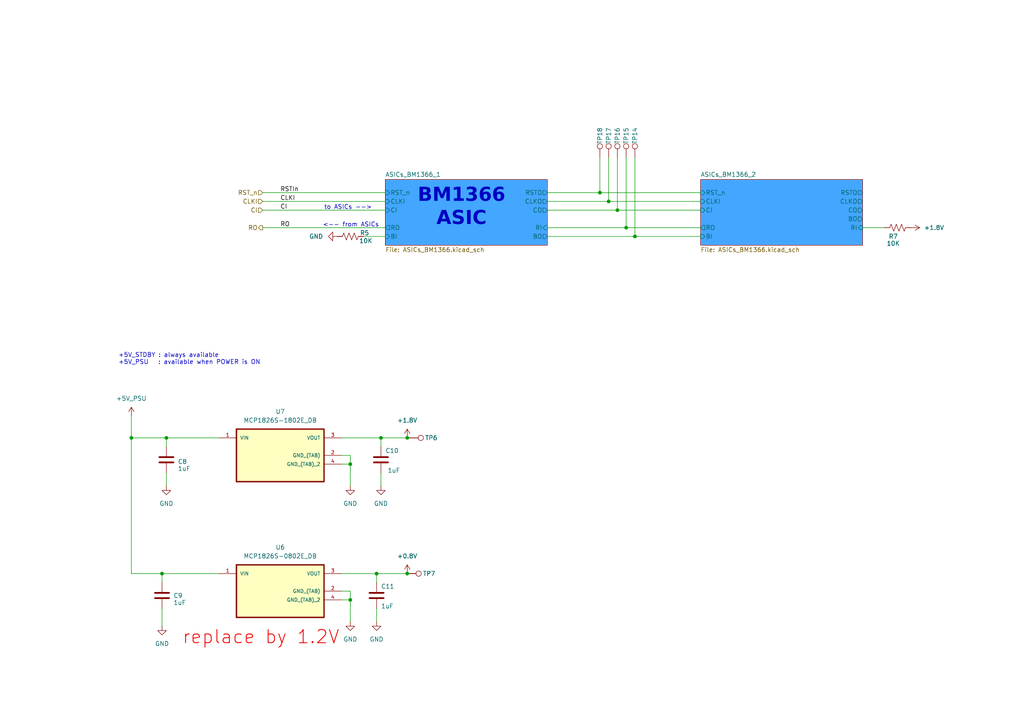
<source format=kicad_sch>
(kicad_sch (version 20231120) (generator "eeschema") (generator_version "8.0")
  (paper "A4")
  (lib_symbols
    (symbol "Connector:TestPoint" (pin_numbers hide) (pin_names (offset 0.762) hide)
      (property "Reference" "TP" (at 0 6.858 0))
      (property "Value" "TestPoint" (at 0 5.08 0))
      (symbol "TestPoint_0_1"
        (circle (center 0 3.302) (radius 0.762))
      )
      (symbol "TestPoint_1_1"
        (pin passive line (at 0 0 90) (length 2.54) (name "1") (number "1"))
      )
    )
    (symbol "Device:C" (pin_numbers hide) (pin_names (offset 0.254))
      (property "Reference" "C" (at 0.635 2.54 0))
      (property "Value" "C" (at 0.635 -2.54 0))
      (symbol "C_0_1"
        (polyline (pts (xy -2.032 -0.762) (xy 2.032 -0.762)) (stroke (width 0.508)))
        (polyline (pts (xy -2.032 0.762) (xy 2.032 0.762)) (stroke (width 0.508)))
      )
      (symbol "C_1_1"
        (pin passive line (at 0 3.81 270) (length 2.794) (name "~") (number "1"))
        (pin passive line (at 0 -3.81 90) (length 2.794) (name "~") (number "2"))
      )
    )
    (symbol "Device:R_US" (pin_numbers hide) (pin_names (offset 0))
      (property "Reference" "R" (at 2.54 0 90))
      (property "Value" "R_US" (at -2.54 0 90))
      (symbol "R_US_0_1"
        (polyline (pts (xy 0 -2.286) (xy 0 -2.54)))
        (polyline (pts (xy 0 2.286) (xy 0 2.54)))
        (polyline (pts (xy 0 -0.762) (xy 1.016 -1.143) (xy 0 -1.524) (xy -1.016 -1.905) (xy 0 -2.286)))
        (polyline (pts (xy 0 0.762) (xy 1.016 0.381) (xy 0 0) (xy -1.016 -0.381) (xy 0 -0.762)))
        (polyline (pts (xy 0 2.286) (xy 1.016 1.905) (xy 0 1.524) (xy -1.016 1.143) (xy 0 0.762)))
      )
      (symbol "R_US_1_1"
        (pin passive line (at 0 3.81 270) (length 1.27) (name "~") (number "1"))
        (pin passive line (at 0 -3.81 90) (length 1.27) (name "~") (number "2"))
      )
    )
    (symbol "EKO_Miner_ASIClib:MCP1826S-0802E_DB" (pin_names (offset 1.016))
      (property "Reference" "U" (at -12.7 10.668 0))
      (property "Value" "MCP1826S-0802E_DB" (at -12.7 8.636 0))
      (property "P/N MOUSER" "579-MCP1826S-0802EDB" (at 0 0 0))
      (symbol "MCP1826S-0802E_DB_0_0"
        (rectangle (start -12.7 -7.62) (end 12.7 7.62) (stroke (width 0.41)) (fill (type background)))
        (pin input line (at -17.78 5.08 0) (length 5.08) (name "VIN") (number "1"))
        (pin power_in line (at 17.78 0 180) (length 5.08) (name "GND_(TAB)") (number "2"))
        (pin output line (at 17.78 5.08 180) (length 5.08) (name "VOUT") (number "3"))
        (pin power_in line (at 17.78 -2.54 180) (length 5.08) (name "GND_(TAB)_2") (number "4"))
      )
    )
    (symbol "EKO_Miner_ASIClib:MCP1826S-1802E_DB" (pin_names (offset 1.016))
      (property "Reference" "U" (at -12.7 10.668 0))
      (property "Value" "MCP1826S-1802E_DB" (at -12.7 8.636 0))
      (property "P/N MOUSER" "579-MCP1826S-1802EDB" (at 0 0 0))
      (symbol "MCP1826S-1802E_DB_0_0"
        (rectangle (start -12.7 -7.62) (end 12.7 7.62) (stroke (width 0.41)) (fill (type background)))
        (pin input line (at -17.78 5.08 0) (length 5.08) (name "VIN") (number "1"))
        (pin power_in line (at 17.78 0 180) (length 5.08) (name "GND_(TAB)") (number "2"))
        (pin output line (at 17.78 5.08 180) (length 5.08) (name "VOUT") (number "3"))
        (pin power_in line (at 17.78 -2.54 180) (length 5.08) (name "GND_(TAB)_2") (number "4"))
      )
    )
    (symbol "power:+3.3V" (power) (pin_names (offset 0))
      (property "Value" "+3.3V" (at 0 3.556 0))
      (symbol "+3.3V_0_1"
        (polyline (pts (xy -0.762 1.27) (xy 0 2.54)))
        (polyline (pts (xy 0 0) (xy 0 2.54)))
        (polyline (pts (xy 0 2.54) (xy 0.762 1.27)))
      )
      (symbol "+3.3V_1_1"
        (pin power_in line (at 0 0 90) (length 0) hide (name "+3.3V") (number "1"))
      )
    )
    (symbol "power:GND" (power) (pin_numbers hide) (pin_names (offset 0) hide)
      (property "Value" "GND" (at 0 -3.81 0))
      (symbol "GND_0_1"
        (polyline (pts (xy 0 0) (xy 0 -1.27) (xy 1.27 -1.27) (xy 0 -2.54) (xy -1.27 -1.27) (xy 0 -1.27)))
      )
      (symbol "GND_1_1"
        (pin power_in line (at 0 0 270) (length 0) (name "~") (number "1"))
      )
    )
    (symbol "power:VDD" (power) (pin_numbers hide) (pin_names (offset 0) hide)
      (property "Value" "VDD" (at 0 3.556 0))
      (symbol "VDD_0_1"
        (polyline (pts (xy -0.762 1.27) (xy 0 2.54)))
        (polyline (pts (xy 0 0) (xy 0 2.54)))
        (polyline (pts (xy 0 2.54) (xy 0.762 1.27)))
      )
      (symbol "VDD_1_1"
        (pin power_in line (at 0 0 90) (length 0) (name "~") (number "1"))
      )
    )
  )
  (junction (at 118.11 166.37))
  (junction (at 179.07 60.96))
  (junction (at 101.6 134.62))
  (junction (at 173.99 55.88))
  (junction (at 109.22 166.37))
  (junction (at 118.11 127))
  (junction (at 176.53 58.42))
  (junction (at 184.15 68.58))
  (junction (at 48.26 127))
  (junction (at 110.49 127) (diameter 0.9144))
  (junction (at 38.1 127))
  (junction (at 181.61 66.04))
  (junction (at 46.99 166.37))
  (junction (at 101.6 173.99))
  (wire (pts (xy 99.06 171.45) (xy 101.6 171.45)))
  (wire (pts (xy 109.22 166.37) (xy 109.22 168.91)))
  (wire (pts (xy 48.26 137.16) (xy 48.26 140.97)))
  (wire (pts (xy 179.07 45.72) (xy 179.07 60.96)))
  (wire (pts (xy 176.53 58.42) (xy 203.2 58.42)))
  (wire (pts (xy 76.2 66.04) (xy 111.76 66.04)))
  (wire (pts (xy 158.75 68.58) (xy 184.15 68.58)))
  (wire (pts (xy 110.49 127) (xy 118.11 127)))
  (wire (pts (xy 109.22 180.34) (xy 109.22 176.53)))
  (wire (pts (xy 48.26 127) (xy 48.26 129.54)))
  (wire (pts (xy 101.6 134.62) (xy 101.6 140.97)))
  (wire (pts (xy 176.53 45.72) (xy 176.53 58.42)))
  (wire (pts (xy 101.6 180.34) (xy 101.6 173.99)))
  (wire (pts (xy 158.75 60.96) (xy 179.07 60.96)))
  (wire (pts (xy 99.06 166.37) (xy 109.22 166.37)))
  (wire (pts (xy 99.06 173.99) (xy 101.6 173.99)))
  (wire (pts (xy 48.26 127) (xy 63.5 127)))
  (wire (pts (xy 46.99 166.37) (xy 63.5 166.37)))
  (wire (pts (xy 184.15 68.58) (xy 203.2 68.58)))
  (wire (pts (xy 101.6 132.08) (xy 99.06 132.08)))
  (wire (pts (xy 173.99 45.72) (xy 173.99 55.88)))
  (wire (pts (xy 158.75 55.88) (xy 173.99 55.88)))
  (wire (pts (xy 76.2 60.96) (xy 111.76 60.96)))
  (wire (pts (xy 184.15 45.72) (xy 184.15 68.58)))
  (wire (pts (xy 118.11 127) (xy 118.745 127)))
  (wire (pts (xy 173.99 55.88) (xy 203.2 55.88)))
  (wire (pts (xy 179.07 60.96) (xy 203.2 60.96)))
  (wire (pts (xy 109.22 166.37) (xy 118.11 166.37)))
  (wire (pts (xy 99.06 127) (xy 110.49 127)))
  (wire (pts (xy 38.1 120.65) (xy 38.1 127)))
  (wire (pts (xy 181.61 45.72) (xy 181.61 66.04)))
  (wire (pts (xy 101.6 173.99) (xy 101.6 171.45)))
  (wire (pts (xy 38.1 127) (xy 48.26 127)))
  (wire (pts (xy 76.2 55.88) (xy 111.76 55.88)))
  (wire (pts (xy 110.49 127) (xy 110.49 129.54)))
  (wire (pts (xy 38.1 127) (xy 38.1 166.37)))
  (wire (pts (xy 158.75 58.42) (xy 176.53 58.42)))
  (wire (pts (xy 76.2 58.42) (xy 111.76 58.42)))
  (wire (pts (xy 99.06 134.62) (xy 101.6 134.62)))
  (wire (pts (xy 38.1 166.37) (xy 46.99 166.37)))
  (wire (pts (xy 250.19 66.04) (xy 256.54 66.04)))
  (wire (pts (xy 181.61 66.04) (xy 203.2 66.04)))
  (wire (pts (xy 105.41 68.58) (xy 111.76 68.58)))
  (wire (pts (xy 46.99 166.37) (xy 46.99 168.91)))
  (wire (pts (xy 46.99 181.61) (xy 46.99 176.53)))
  (wire (pts (xy 158.75 66.04) (xy 181.61 66.04)))
  (wire (pts (xy 101.6 132.08) (xy 101.6 134.62)))
  (wire (pts (xy 110.49 137.16) (xy 110.49 140.97)))
  (text "to ASICs -->" (at 93.98 60.198 0) (effects (font (size 1.27 1.27)) (justify left)))
  (text "replace by 1.2V" (at 75.692 184.912 0) (effects (font (size 3.81 3.81) (thickness 0.254) (bold yes))))
  (text "<-- from ASICs" (at 109.982 65.278 0) (effects (font (size 1.27 1.27)) (justify right)))
  (text "BM1366\nASIC" (at 133.858 61.214 0) (effects (font (size 4 4) (thickness 0.8) (bold yes))))
  (text "+5V_STDBY : always available\n+5V_PSU   : available when POWER is ON" (at 34.29 104.14 0) (effects (font (size 1.27 1.27)) (justify left)))
  (label "CI" (at 81.28 60.96 0))
  (label "RO" (at 81.28 66.04 0))
  (label "RSTIn" (at 81.28 55.88 0))
  (label "CLKI" (at 81.28 58.42 0))
  (hierarchical_label "CLKI" (shape input) (at 76.2 58.42 180))
  (hierarchical_label "RO" (shape output) (at 76.2 66.04 180))
  (hierarchical_label "CI" (shape input) (at 76.2 60.96 180))
  (hierarchical_label "RST_n" (shape input) (at 76.2 55.88 180))
  (symbol (lib_id "power:GND") (at 48.26 140.97 0) (unit 1)
    (property "Reference" "#PWR088" (effects (hide yes)))
    (property "Value" "GND" (at 48.26 146.05 0))
    (property "Description" "Power symbol creates a global label with name \"GND\" , ground" (effects (hide yes)))
  )
  (symbol (lib_id "Device:R_US") (at 260.35 66.04 270) (unit 1)
    (property "Reference" "R7" (at 259.08 68.58 90))
    (property "Value" "10K" (at 259.08 70.612 90))
    (property "Footprint" "Resistor_SMD:R_0402_1005Metric" (effects (hide yes)))
  )
  (symbol (lib_id "power:GND") (at 109.22 180.34 0) (unit 1)
    (property "Reference" "#PWR096" (effects (hide yes)))
    (property "Value" "GND" (at 109.22 185.42 0))
    (property "Description" "Power symbol creates a global label with name \"GND\" , ground" (effects (hide yes)))
  )
  (symbol (lib_id "Device:C") (at 48.26 133.35 0) (unit 1)
    (property "Reference" "C8" (at 51.562 134.62 0) (effects (justify left bottom)))
    (property "Value" "1uF" (at 51.562 136.652 0) (effects (justify left bottom)))
    (property "Footprint" "Capacitor_SMD:C_0402_1005Metric" (effects (hide yes)))
    (property "DK" "587-5514-1-ND" (effects (hide yes)))
    (property "PARTNO" "EMK105BJ105MV-F" (effects (hide yes)))
  )
  (symbol (lib_id "Connector:TestPoint") (at 176.53 45.72 0) (unit 1) (in_bom no)
    (property "Reference" "TP17" (at 176.53 39.37 90))
    (property "Value" "TestPoint" (effects (hide yes)))
    (property "Footprint" "TestPoint:TestPoint_Pad_D1.0mm" (effects (hide yes)))
  )
  (symbol (lib_id "power:GND") (at 97.79 68.58 270) (unit 1)
    (property "Reference" "#PWR0108" (effects (hide yes)))
    (property "Value" "GND" (at 91.694 68.58 90))
    (property "Description" "Power symbol creates a global label with name \"GND\" , ground" (effects (hide yes)))
  )
  (symbol (lib_id "power:GND") (at 46.99 181.61 0) (unit 1)
    (property "Reference" "#PWR092" (effects (hide yes)))
    (property "Value" "GND" (at 46.99 186.69 0))
    (property "Description" "Power symbol creates a global label with name \"GND\" , ground" (effects (hide yes)))
  )
  (symbol (lib_id "Device:C") (at 109.22 172.72 0) (unit 1)
    (property "Reference" "C11" (at 110.49 170.815 0) (effects (justify left bottom)))
    (property "Value" "1uF" (at 110.49 176.53 0) (effects (justify left bottom)))
    (property "Footprint" "Capacitor_SMD:C_0402_1005Metric" (effects (hide yes)))
    (property "DK" "587-5514-1-ND" (effects (hide yes)))
    (property "PARTNO" "EMK105BJ105MV-F" (effects (hide yes)))
  )
  (symbol (lib_id "Device:C") (at 46.99 172.72 0) (unit 1)
    (property "Reference" "C9" (at 50.292 173.482 0) (effects (justify left bottom)))
    (property "Value" "1uF" (at 50.292 175.514 0) (effects (justify left bottom)))
    (property "Footprint" "Capacitor_SMD:C_0402_1005Metric" (effects (hide yes)))
    (property "DK" "587-5514-1-ND" (effects (hide yes)))
    (property "PARTNO" "EMK105BJ105MV-F" (effects (hide yes)))
  )
  (symbol (lib_id "power:GND") (at 110.49 140.97 0) (unit 1)
    (property "Reference" "#PWR095" (effects (hide yes)))
    (property "Value" "GND" (at 110.49 146.05 0))
    (property "Description" "Power symbol creates a global label with name \"GND\" , ground" (effects (hide yes)))
  )
  (symbol (lib_id "Connector:TestPoint") (at 184.15 45.72 0) (mirror y) (unit 1) (in_bom no)
    (property "Reference" "TP14" (at 184.15 39.37 90))
    (property "Value" "TestPoint" (effects (hide yes)))
    (property "Footprint" "TestPoint:TestPoint_Pad_D1.0mm" (effects (hide yes)))
  )
  (symbol (lib_id "EKO_Miner_ASIClib:MCP1826S-1802E_DB") (at 81.28 132.08 0) (unit 1)
    (property "Reference" "U7" (at 81.28 119.38 0))
    (property "Value" "MCP1826S-1802E_DB" (at 81.28 121.92 0))
    (property "Footprint" "EKO_Miner_ASIClib:MCP1826S" (effects (hide yes)))
    (property "MF" "Microchip" (effects (hide yes)))
    (property "Description_1" "\nIC,LINEAR REGULATOR;MAX. INPUT,6V;OUTPUT,1.8V;1000MA;ACCURACY,0.5%;SOT223-3 | Microchip Technology Inc. MCP1826S-1802E/DB\n" (effects (hide yes)))
    (property "Package" "SOT-223 Microchip Technology" (effects (hide yes)))
    (property "Price" "None" (effects (hide yes)))
    (property "SnapEDA_Link" "https://www.snapeda.com/parts/MCP1826S-1802E/DB/Microchip/view-part/?ref=snap" (effects (hide yes)))
    (property "MP" "MCP1826S-1802E/DB" (effects (hide yes)))
    (property "Purchase-URL" "https://www.snapeda.com/api/url_track_click_mouser/?unipart_id=142747&manufacturer=Microchip&part_name=MCP1826S-1802E/DB&search_term=mcp1826s" (effects (hide yes)))
    (property "Availability" "In Stock" (effects (hide yes)))
    (property "Check_prices" "https://www.snapeda.com/parts/MCP1826S-1802E/DB/Microchip/view-part/?ref=eda" (effects (hide yes)))
    (property "P/N MOUSER" "579-MCP1826S-1802EDB" (effects (hide yes)))
  )
  (symbol (lib_id "Connector:TestPoint") (at 173.99 45.72 0) (unit 1) (in_bom no)
    (property "Reference" "TP18" (at 173.99 39.37 90))
    (property "Value" "TestPoint" (effects (hide yes)))
    (property "Footprint" "TestPoint:TestPoint_Pad_D1.0mm" (effects (hide yes)))
  )
  (symbol (lib_id "power:GND") (at 101.6 140.97 0) (unit 1)
    (property "Reference" "#PWR093" (effects (hide yes)))
    (property "Value" "GND" (at 101.6 146.05 0))
    (property "Description" "Power symbol creates a global label with name \"GND\" , ground" (effects (hide yes)))
  )
  (symbol (lib_id "Connector:TestPoint") (at 118.745 127 270) (mirror x) (unit 1) (in_bom no)
    (property "Reference" "TP6" (at 125.095 127 90))
    (property "Value" "TestPoint" (effects (hide yes)))
    (property "Footprint" "TestPoint:TestPoint_Pad_D1.0mm" (effects (hide yes)))
  )
  (symbol (lib_id "Connector:TestPoint") (at 118.11 166.37 270) (mirror x) (unit 1) (in_bom no)
    (property "Reference" "TP7" (at 124.46 166.37 90))
    (property "Value" "TestPoint" (effects (hide yes)))
    (property "Footprint" "TestPoint:TestPoint_Pad_D1.0mm" (effects (hide yes)))
  )
  (symbol (lib_id "Device:C") (at 110.49 133.35 0) (unit 1)
    (property "Reference" "C10" (at 111.76 131.445 0) (effects (justify left bottom)))
    (property "Value" "1uF" (at 112.395 137.16 0) (effects (justify left bottom)))
    (property "Footprint" "Capacitor_SMD:C_0402_1005Metric" (effects (hide yes)))
    (property "DK" "587-5514-1-ND" (effects (hide yes)))
    (property "PARTNO" "EMK105BJ105MV-F" (effects (hide yes)))
  )
  (symbol (lib_id "Connector:TestPoint") (at 179.07 45.72 0) (mirror y) (unit 1) (in_bom no)
    (property "Reference" "TP16" (at 179.07 39.37 90))
    (property "Value" "TestPoint" (effects (hide yes)))
    (property "Footprint" "TestPoint:TestPoint_Pad_D1.0mm" (effects (hide yes)))
  )
  (symbol (lib_id "Connector:TestPoint") (at 181.61 45.72 0) (unit 1) (in_bom no)
    (property "Reference" "TP15" (at 181.61 39.37 90))
    (property "Value" "TestPoint" (effects (hide yes)))
    (property "Footprint" "TestPoint:TestPoint_Pad_D1.0mm" (effects (hide yes)))
  )
  (symbol (lib_id "power:+3.3V") (at 38.1 120.65 0) (unit 1)
    (property "Reference" "#PWR077" (effects (hide yes)))
    (property "Value" "+5V_PSU" (at 38.1 115.57 0))
  )
  (symbol (lib_id "EKO_Miner_ASIClib:MCP1826S-0802E_DB") (at 81.28 171.45 0) (unit 1)
    (property "Reference" "U6" (at 81.28 158.75 0))
    (property "Value" "MCP1826S-0802E_DB" (at 81.28 161.29 0))
    (property "Footprint" "EKO_Miner_ASIClib:MCP1826S" (effects (hide yes)))
    (property "MF" "Microchip" (effects (hide yes)))
    (property "Description_1" "\nIC,LINEAR REGULATOR;MAX. INPUT,6V;OUTPUT,1.8V;1000MA;ACCURACY,0.5%;SOT223-3 | Microchip Technology Inc. MCP1826S-1802E/DB\n" (effects (hide yes)))
    (property "Package" "SOT-223 Microchip Technology" (effects (hide yes)))
    (property "Price" "None" (effects (hide yes)))
    (property "SnapEDA_Link" "https://www.snapeda.com/parts/MCP1826S-1802E/DB/Microchip/view-part/?ref=snap" (effects (hide yes)))
    (property "MP" "MCP1826S-1802E/DB" (effects (hide yes)))
    (property "Purchase-URL" "https://www.snapeda.com/api/url_track_click_mouser/?unipart_id=142747&manufacturer=Microchip&part_name=MCP1826S-1802E/DB&search_term=mcp1826s" (effects (hide yes)))
    (property "Availability" "In Stock" (effects (hide yes)))
    (property "Check_prices" "https://www.snapeda.com/parts/MCP1826S-1802E/DB/Microchip/view-part/?ref=eda" (effects (hide yes)))
    (property "P/N MOUSER" "579-MCP1826S-0802EDB" (effects (hide yes)))
  )
  (symbol (lib_id "power:VDD") (at 118.11 166.37 0) (unit 1)
    (property "Reference" "#PWR098" (effects (hide yes)))
    (property "Value" "+0.8V" (at 118.11 161.29 0))
    (property "Description" "Power symbol creates a global label with name \"VDD\"" (effects (hide yes)))
  )
  (symbol (lib_id "power:VDD") (at 118.11 127 0) (unit 1)
    (property "Reference" "#PWR097" (effects (hide yes)))
    (property "Value" "+1.8V" (at 118.11 121.92 0))
    (property "Description" "Power symbol creates a global label with name \"VDD\"" (effects (hide yes)))
  )
  (symbol (lib_id "power:VDD") (at 264.16 66.04 270) (unit 1)
    (property "Reference" "#PWR0109" (effects (hide yes)))
    (property "Value" "+1.8V" (at 267.97 66.0399 90) (effects (justify left)))
    (property "Description" "Power symbol creates a global label with name \"VDD\"" (effects (hide yes)))
  )
  (symbol (lib_id "power:GND") (at 101.6 180.34 0) (unit 1)
    (property "Reference" "#PWR094" (effects (hide yes)))
    (property "Value" "GND" (at 101.6 185.42 0))
    (property "Description" "Power symbol creates a global label with name \"GND\" , ground" (effects (hide yes)))
  )
  (symbol (lib_id "Device:R_US") (at 101.6 68.58 90) (unit 1)
    (property "Reference" "R5" (at 104.394 67.564 90) (effects (justify right)))
    (property "Value" "10K" (at 104.14 69.85 90) (effects (justify right)))
    (property "Footprint" "Resistor_SMD:R_0402_1005Metric" (effects (hide yes)))
  )
  (sheet (at 111.76 52.07) (size 46.99 19.05) (stroke (width 0.1524)) (fill (color 67 166 255 1.0000))
    (property "Sheetname" "ASICs_BM1366_1" (at 111.76 51.3584 0) (effects (justify left bottom)))
    (property "Sheetfile" "ASICs_BM1366.kicad_sch" (at 111.76 71.7046 0) (effects (justify left top)))
    (pin "RST_n" input (at 111.76 55.88 180))
    (pin "BI" input (at 111.76 68.58 180))
    (pin "CLKI" input (at 111.76 58.42 180))
    (pin "RO" output (at 111.76 66.04 180))
    (pin "CI" input (at 111.76 60.96 180))
    (pin "RI" input (at 158.75 66.04 0))
    (pin "BO" output (at 158.75 68.58 0))
    (pin "CLKO" output (at 158.75 58.42 0))
    (pin "RSTO" output (at 158.75 55.88 0))
    (pin "CO" output (at 158.75 60.96 0))
  )
  (sheet (at 203.2 52.07) (size 46.99 19.05) (stroke (width 0.1524)) (fill (color 67 166 255 1.0000))
    (property "Sheetname" "ASICs_BM1366_2" (at 203.2 51.3584 0) (effects (justify left bottom)))
    (property "Sheetfile" "ASICs_BM1366.kicad_sch" (at 203.2 71.7046 0) (effects (justify left top)))
    (pin "RST_n" input (at 203.2 55.88 180))
    (pin "BI" input (at 203.2 68.58 180))
    (pin "CLKI" input (at 203.2 58.42 180))
    (pin "RO" output (at 203.2 66.04 180))
    (pin "CI" input (at 203.2 60.96 180))
    (pin "RI" input (at 250.19 66.04 0))
    (pin "BO" output (at 250.19 63.5 0))
    (pin "CLKO" output (at 250.19 58.42 0))
    (pin "RSTO" output (at 250.19 55.88 0))
    (pin "CO" output (at 250.19 60.96 0))
  )
)
</source>
